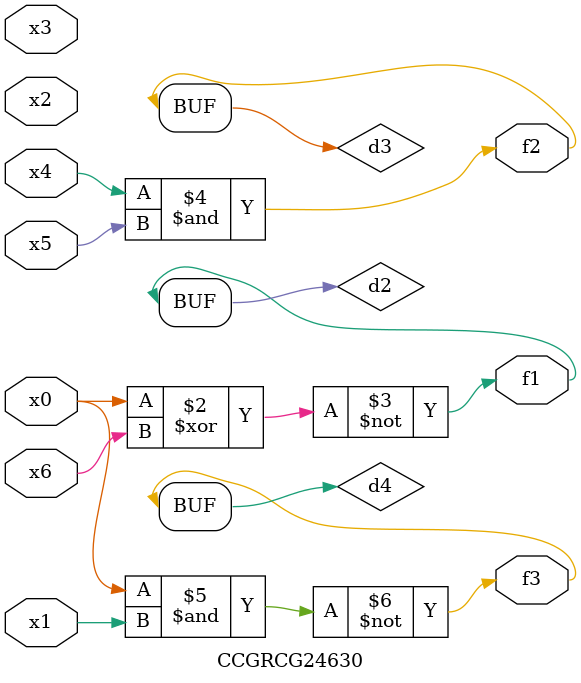
<source format=v>
module CCGRCG24630(
	input x0, x1, x2, x3, x4, x5, x6,
	output f1, f2, f3
);

	wire d1, d2, d3, d4;

	nor (d1, x0);
	xnor (d2, x0, x6);
	and (d3, x4, x5);
	nand (d4, x0, x1);
	assign f1 = d2;
	assign f2 = d3;
	assign f3 = d4;
endmodule

</source>
